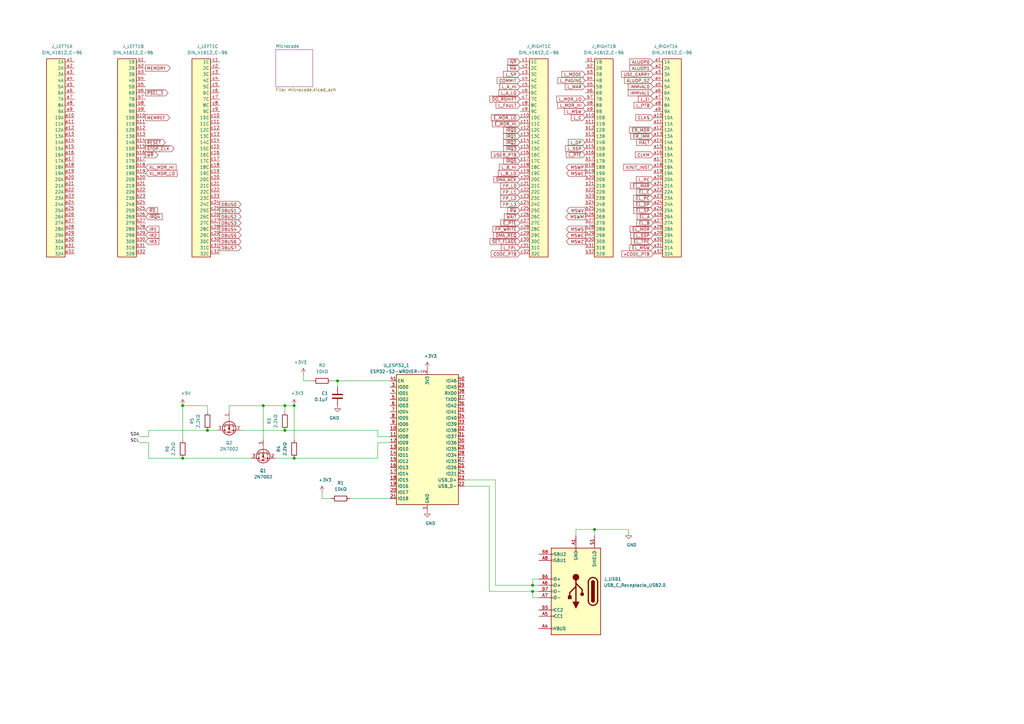
<source format=kicad_sch>
(kicad_sch (version 20200828) (generator eeschema)
  (page 1 2)
  (paper "A3")
  (lib_symbols
    (symbol "Connector:USB_C_Receptacle_USB2.0" (pin_names (offset 1.016))
      (property "Reference" "J" (at -10.16 19.05 0))
      (property "Value" "USB_C_Receptacle_USB2.0" (at 19.05 19.05 0))
      (symbol "USB_C_Receptacle_USB2.0_0_1"
        (arc (start -8.89 -3.81) (end -5.08 -3.81) (radius (at -6.985 -3.81) (length 1.905) (angles -179.9 -0.1)) (stroke (width 0.508)))
        (arc (start -7.62 -3.81) (end -6.35 -3.81) (radius (at -6.985 -3.81) (length 0.635) (angles -179.9 -0.1)) (stroke (width 0.254)))
        (arc (start -7.62 -3.81) (end -6.35 -3.81) (radius (at -6.985 -3.81) (length 0.635) (angles -179.9 -0.1)) (stroke (width 0.254)) (fill (type outline)))
        (arc (start -6.35 3.81) (end -7.62 3.81) (radius (at -6.985 3.81) (length 0.635) (angles 0.1 179.9)) (stroke (width 0.254)) (fill (type outline)))
        (arc (start -6.35 3.81) (end -7.62 3.81) (radius (at -6.985 3.81) (length 0.635) (angles 0.1 179.9)) (stroke (width 0.254)))
        (arc (start -5.08 3.81) (end -8.89 3.81) (radius (at -6.985 3.81) (length 1.905) (angles 0.1 179.9)) (stroke (width 0.508)))
        (circle (center -2.54 1.143) (radius 0.635) (stroke (width 0.254)) (fill (type outline)))
        (circle (center 0 -5.842) (radius 1.27) (fill (type outline)))
        (rectangle (start -10.16 17.78) (end 10.16 -17.78) (stroke (width 0.254)) (fill (type background)))
        (rectangle (start -7.62 -3.81) (end -6.35 3.81) (stroke (width 0.254)) (fill (type outline)))
        (rectangle (start 1.905 1.778) (end 3.175 3.048) (stroke (width 0.254)) (fill (type outline)))
        (polyline (pts (xy -8.89 -3.81) (xy -8.89 3.81)) (stroke (width 0.508)))
        (polyline (pts (xy -5.08 3.81) (xy -5.08 -3.81)) (stroke (width 0.508)))
        (polyline (pts (xy 0 -5.842) (xy 0 4.318)) (stroke (width 0.508)))
        (polyline (pts (xy 0 -3.302) (xy -2.54 -0.762) (xy -2.54 0.508)) (stroke (width 0.508)))
        (polyline (pts (xy 0 -2.032) (xy 2.54 0.508) (xy 2.54 1.778)) (stroke (width 0.508)))
        (polyline (pts (xy -1.27 4.318) (xy 0 6.858) (xy 1.27 4.318) (xy -1.27 4.318)) (stroke (width 0.254)) (fill (type outline)))
      )
      (symbol "USB_C_Receptacle_USB2.0_0_0"
        (rectangle (start -0.254 -17.78) (end 0.254 -16.764))
        (rectangle (start 10.16 -14.986) (end 9.144 -15.494))
        (rectangle (start 10.16 -12.446) (end 9.144 -12.954))
        (rectangle (start 10.16 -4.826) (end 9.144 -5.334))
        (rectangle (start 10.16 -2.286) (end 9.144 -2.794))
        (rectangle (start 10.16 0.254) (end 9.144 -0.254))
        (rectangle (start 10.16 2.794) (end 9.144 2.286))
        (rectangle (start 10.16 7.874) (end 9.144 7.366))
        (rectangle (start 10.16 10.414) (end 9.144 9.906))
        (rectangle (start 10.16 15.494) (end 9.144 14.986))
      )
      (symbol "USB_C_Receptacle_USB2.0_1_1"
        (pin power_in line (at 0 -22.86 90) (length 5.08) (name "GND") (number "A1"))
        (pin passive line (at 0 -22.86 90) (length 5.08) hide (name "GND") (number "A12"))
        (pin power_in line (at 15.24 15.24 180) (length 5.08) (name "VBUS") (number "A4"))
        (pin bidirectional line (at 15.24 10.16 180) (length 5.08) (name "CC1") (number "A5"))
        (pin bidirectional line (at 15.24 -2.54 180) (length 5.08) (name "D+") (number "A6"))
        (pin bidirectional line (at 15.24 2.54 180) (length 5.08) (name "D-") (number "A7"))
        (pin bidirectional line (at 15.24 -12.7 180) (length 5.08) (name "SBU1") (number "A8"))
        (pin passive line (at 15.24 15.24 180) (length 5.08) hide (name "VBUS") (number "A9"))
        (pin passive line (at 0 -22.86 90) (length 5.08) hide (name "GND") (number "B1"))
        (pin passive line (at 0 -22.86 90) (length 5.08) hide (name "GND") (number "B12"))
        (pin passive line (at 15.24 15.24 180) (length 5.08) hide (name "VBUS") (number "B4"))
        (pin bidirectional line (at 15.24 7.62 180) (length 5.08) (name "CC2") (number "B5"))
        (pin bidirectional line (at 15.24 -5.08 180) (length 5.08) (name "D+") (number "B6"))
        (pin bidirectional line (at 15.24 0 180) (length 5.08) (name "D-") (number "B7"))
        (pin bidirectional line (at 15.24 -15.24 180) (length 5.08) (name "SBU2") (number "B8"))
        (pin passive line (at 15.24 15.24 180) (length 5.08) hide (name "VBUS") (number "B9"))
        (pin passive line (at -7.62 -22.86 90) (length 5.08) (name "SHIELD") (number "S1"))
      )
    )
    (symbol "DIN_41612:DIN_41612_C-96"
      (property "Reference" "J" (at 0 41.91 0))
      (property "Value" "DIN_41612_C-96" (at 6.35 1.27 90))
      (symbol "DIN_41612_C-96_0_1"
        (rectangle (start -3.81 40.64) (end 3.81 -40.64) (stroke (width 0.254)) (fill (type background)))
      )
      (symbol "DIN_41612_C-96_1_1"
        (pin passive line (at -7.62 39.37 0) (length 3.81) (name "1A") (number "a1"))
        (pin passive line (at -7.62 16.51 0) (length 3.81) (name "10A") (number "a10"))
        (pin passive line (at -7.62 13.97 0) (length 3.81) (name "11A") (number "a11"))
        (pin passive line (at -7.62 11.43 0) (length 3.81) (name "12A") (number "a12"))
        (pin passive line (at -7.62 8.89 0) (length 3.81) (name "13A") (number "a13"))
        (pin passive line (at -7.62 6.35 0) (length 3.81) (name "14A") (number "a14"))
        (pin passive line (at -7.62 3.81 0) (length 3.81) (name "15A") (number "a15"))
        (pin passive line (at -7.62 1.27 0) (length 3.81) (name "16A") (number "a16"))
        (pin passive line (at -7.62 -1.27 0) (length 3.81) (name "17A") (number "a17"))
        (pin passive line (at -7.62 -3.81 0) (length 3.81) (name "18A") (number "a18"))
        (pin passive line (at -7.62 -6.35 0) (length 3.81) (name "19A") (number "a19"))
        (pin passive line (at -7.62 36.83 0) (length 3.81) (name "2A") (number "a2"))
        (pin passive line (at -7.62 -8.89 0) (length 3.81) (name "20A") (number "a20"))
        (pin passive line (at -7.62 -11.43 0) (length 3.81) (name "21A") (number "a21"))
        (pin passive line (at -7.62 -13.97 0) (length 3.81) (name "22A") (number "a22"))
        (pin passive line (at -7.62 -16.51 0) (length 3.81) (name "23A") (number "a23"))
        (pin passive line (at -7.62 -19.05 0) (length 3.81) (name "24A") (number "a24"))
        (pin passive line (at -7.62 -21.59 0) (length 3.81) (name "25A") (number "a25"))
        (pin passive line (at -7.62 -24.13 0) (length 3.81) (name "26A") (number "a26"))
        (pin passive line (at -7.62 -26.67 0) (length 3.81) (name "27A") (number "a27"))
        (pin passive line (at -7.62 -29.21 0) (length 3.81) (name "28A") (number "a28"))
        (pin passive line (at -7.62 -31.75 0) (length 3.81) (name "29A") (number "a29"))
        (pin passive line (at -7.62 34.29 0) (length 3.81) (name "3A") (number "a3"))
        (pin passive line (at -7.62 -34.29 0) (length 3.81) (name "30A") (number "a30"))
        (pin passive line (at -7.62 -36.83 0) (length 3.81) (name "31A") (number "a31"))
        (pin passive line (at -7.62 -39.37 0) (length 3.81) (name "32A") (number "a32"))
        (pin passive line (at -7.62 31.75 0) (length 3.81) (name "4A") (number "a4"))
        (pin passive line (at -7.62 29.21 0) (length 3.81) (name "5A") (number "a5"))
        (pin passive line (at -7.62 26.67 0) (length 3.81) (name "6A") (number "a6"))
        (pin passive line (at -7.62 24.13 0) (length 3.81) (name "7A") (number "a7"))
        (pin passive line (at -7.62 21.59 0) (length 3.81) (name "8A") (number "a8"))
        (pin passive line (at -7.62 19.05 0) (length 3.81) (name "9A") (number "a9"))
      )
      (symbol "DIN_41612_C-96_2_1"
        (pin passive line (at -7.62 39.37 0) (length 3.81) (name "1B") (number "b1"))
        (pin passive line (at -7.62 16.51 0) (length 3.81) (name "10B") (number "b10"))
        (pin passive line (at -7.62 13.97 0) (length 3.81) (name "11B") (number "b11"))
        (pin passive line (at -7.62 11.43 0) (length 3.81) (name "12B") (number "b12"))
        (pin passive line (at -7.62 8.89 0) (length 3.81) (name "13B") (number "b13"))
        (pin passive line (at -7.62 6.35 0) (length 3.81) (name "14B") (number "b14"))
        (pin passive line (at -7.62 3.81 0) (length 3.81) (name "15B") (number "b15"))
        (pin passive line (at -7.62 1.27 0) (length 3.81) (name "16B") (number "b16"))
        (pin passive line (at -7.62 -1.27 0) (length 3.81) (name "17B") (number "b17"))
        (pin passive line (at -7.62 -3.81 0) (length 3.81) (name "18B") (number "b18"))
        (pin passive line (at -7.62 -6.35 0) (length 3.81) (name "19B") (number "b19"))
        (pin passive line (at -7.62 36.83 0) (length 3.81) (name "2B") (number "b2"))
        (pin passive line (at -7.62 -8.89 0) (length 3.81) (name "20B") (number "b20"))
        (pin passive line (at -7.62 -11.43 0) (length 3.81) (name "21B") (number "b21"))
        (pin passive line (at -7.62 -13.97 0) (length 3.81) (name "22B") (number "b22"))
        (pin passive line (at -7.62 -16.51 0) (length 3.81) (name "23B") (number "b23"))
        (pin passive line (at -7.62 -19.05 0) (length 3.81) (name "24B") (number "b24"))
        (pin passive line (at -7.62 -21.59 0) (length 3.81) (name "25B") (number "b25"))
        (pin passive line (at -7.62 -24.13 0) (length 3.81) (name "26B") (number "b26"))
        (pin passive line (at -7.62 -26.67 0) (length 3.81) (name "27B") (number "b27"))
        (pin passive line (at -7.62 -29.21 0) (length 3.81) (name "28B") (number "b28"))
        (pin passive line (at -7.62 -31.75 0) (length 3.81) (name "29B") (number "b29"))
        (pin passive line (at -7.62 34.29 0) (length 3.81) (name "3B") (number "b3"))
        (pin passive line (at -7.62 -34.29 0) (length 3.81) (name "30B") (number "b30"))
        (pin passive line (at -7.62 -36.83 0) (length 3.81) (name "31B") (number "b31"))
        (pin passive line (at -7.62 -39.37 0) (length 3.81) (name "32B") (number "b32"))
        (pin passive line (at -7.62 31.75 0) (length 3.81) (name "4B") (number "b4"))
        (pin passive line (at -7.62 29.21 0) (length 3.81) (name "5B") (number "b5"))
        (pin passive line (at -7.62 26.67 0) (length 3.81) (name "6B") (number "b6"))
        (pin passive line (at -7.62 24.13 0) (length 3.81) (name "7B") (number "b7"))
        (pin passive line (at -7.62 21.59 0) (length 3.81) (name "8B") (number "b8"))
        (pin passive line (at -7.62 19.05 0) (length 3.81) (name "9B") (number "b9"))
      )
      (symbol "DIN_41612_C-96_3_1"
        (pin passive line (at -7.62 39.37 0) (length 3.81) (name "1C") (number "c1"))
        (pin passive line (at -7.62 16.51 0) (length 3.81) (name "10C") (number "c10"))
        (pin passive line (at -7.62 13.97 0) (length 3.81) (name "11C") (number "c11"))
        (pin passive line (at -7.62 11.43 0) (length 3.81) (name "12C") (number "c12"))
        (pin passive line (at -7.62 8.89 0) (length 3.81) (name "13C") (number "c13"))
        (pin passive line (at -7.62 6.35 0) (length 3.81) (name "14C") (number "c14"))
        (pin passive line (at -7.62 3.81 0) (length 3.81) (name "15C") (number "c15"))
        (pin passive line (at -7.62 1.27 0) (length 3.81) (name "16C") (number "c16"))
        (pin passive line (at -7.62 -1.27 0) (length 3.81) (name "17C") (number "c17"))
        (pin passive line (at -7.62 -3.81 0) (length 3.81) (name "18C") (number "c18"))
        (pin passive line (at -7.62 -6.35 0) (length 3.81) (name "19C") (number "c19"))
        (pin passive line (at -7.62 36.83 0) (length 3.81) (name "2C") (number "c2"))
        (pin passive line (at -7.62 -8.89 0) (length 3.81) (name "20C") (number "c20"))
        (pin passive line (at -7.62 -11.43 0) (length 3.81) (name "21C") (number "c21"))
        (pin passive line (at -7.62 -13.97 0) (length 3.81) (name "22C") (number "c22"))
        (pin passive line (at -7.62 -16.51 0) (length 3.81) (name "23C") (number "c23"))
        (pin passive line (at -7.62 -19.05 0) (length 3.81) (name "24C") (number "c24"))
        (pin passive line (at -7.62 -21.59 0) (length 3.81) (name "25C") (number "c25"))
        (pin passive line (at -7.62 -24.13 0) (length 3.81) (name "26C") (number "c26"))
        (pin passive line (at -7.62 -26.67 0) (length 3.81) (name "27C") (number "c27"))
        (pin passive line (at -7.62 -29.21 0) (length 3.81) (name "28C") (number "c28"))
        (pin passive line (at -7.62 -31.75 0) (length 3.81) (name "29C") (number "c29"))
        (pin passive line (at -7.62 34.29 0) (length 3.81) (name "3C") (number "c3"))
        (pin passive line (at -7.62 -34.29 0) (length 3.81) (name "30C") (number "c30"))
        (pin passive line (at -7.62 -36.83 0) (length 3.81) (name "31C") (number "c31"))
        (pin passive line (at -7.62 -39.37 0) (length 3.81) (name "32C") (number "c32"))
        (pin passive line (at -7.62 31.75 0) (length 3.81) (name "4C") (number "c4"))
        (pin passive line (at -7.62 29.21 0) (length 3.81) (name "5C") (number "c5"))
        (pin passive line (at -7.62 26.67 0) (length 3.81) (name "6C") (number "c6"))
        (pin passive line (at -7.62 24.13 0) (length 3.81) (name "7C") (number "c7"))
        (pin passive line (at -7.62 21.59 0) (length 3.81) (name "8C") (number "c8"))
        (pin passive line (at -7.62 19.05 0) (length 3.81) (name "9C") (number "c9"))
      )
    )
    (symbol "Device:C" (pin_numbers hide) (pin_names (offset 0.254))
      (property "Reference" "C" (at 0.635 2.54 0))
      (property "Value" "C" (at 0.635 -2.54 0))
      (symbol "C_0_1"
        (polyline (pts (xy -2.032 -0.762) (xy 2.032 -0.762)) (stroke (width 0.508)))
        (polyline (pts (xy -2.032 0.762) (xy 2.032 0.762)) (stroke (width 0.508)))
      )
      (symbol "C_1_1"
        (pin passive line (at 0 3.81 270) (length 2.794) (name "~") (number "1"))
        (pin passive line (at 0 -3.81 90) (length 2.794) (name "~") (number "2"))
      )
    )
    (symbol "Device:R" (pin_numbers hide) (pin_names (offset 0))
      (property "Reference" "R" (at 2.032 0 90))
      (property "Value" "R" (at 0 0 90))
      (symbol "R_0_1"
        (rectangle (start -1.016 -2.54) (end 1.016 2.54) (stroke (width 0.254)))
      )
      (symbol "R_1_1"
        (pin passive line (at 0 3.81 270) (length 1.27) (name "~") (number "1"))
        (pin passive line (at 0 -3.81 90) (length 1.27) (name "~") (number "2"))
      )
    )
    (symbol "RF_Module:ESP32-S2-WROVER-I"
      (property "Reference" "U" (at -12.7 29.21 0))
      (property "Value" "ESP32-S2-WROVER-I" (at 2.54 29.21 0))
      (symbol "ESP32-S2-WROVER-I_0_1"
        (rectangle (start -12.7 27.94) (end 12.7 -25.4) (stroke (width 0.254)) (fill (type background)))
      )
      (symbol "ESP32-S2-WROVER-I_1_1"
        (pin power_in line (at 0 -27.94 90) (length 2.54) (name "GND") (number "1"))
        (pin bidirectional line (at -15.24 5.08 0) (length 2.54) (name "IO07") (number "10"))
        (pin bidirectional line (at -15.24 2.54 0) (length 2.54) (name "IO08") (number "11"))
        (pin bidirectional line (at -15.24 0 0) (length 2.54) (name "IO09") (number "12"))
        (pin bidirectional line (at -15.24 -2.54 0) (length 2.54) (name "IO10") (number "13"))
        (pin bidirectional line (at -15.24 -5.08 0) (length 2.54) (name "IO11") (number "14"))
        (pin bidirectional line (at -15.24 -7.62 0) (length 2.54) (name "IO12") (number "15"))
        (pin bidirectional line (at -15.24 -10.16 0) (length 2.54) (name "IO13") (number "16"))
        (pin bidirectional line (at -15.24 -12.7 0) (length 2.54) (name "IO14") (number "17"))
        (pin bidirectional line (at -15.24 -15.24 0) (length 2.54) (name "IO15") (number "18"))
        (pin bidirectional line (at -15.24 -17.78 0) (length 2.54) (name "IO16") (number "19"))
        (pin power_in line (at 0 30.48 270) (length 2.54) (name "3V3") (number "2"))
        (pin bidirectional line (at -15.24 -20.32 0) (length 2.54) (name "IO17") (number "20"))
        (pin bidirectional line (at -15.24 -22.86 0) (length 2.54) (name "IO18") (number "21"))
        (pin bidirectional line (at 15.24 -17.78 180) (length 2.54) (name "USB_D-") (number "22"))
        (pin bidirectional line (at 15.24 -15.24 180) (length 2.54) (name "USB_D+") (number "23"))
        (pin bidirectional line (at 15.24 -12.7 180) (length 2.54) (name "IO21") (number "24"))
        (pin bidirectional line (at 15.24 -10.16 180) (length 2.54) (name "IO26") (number "25"))
        (pin passive line (at 0 -27.94 90) (length 2.54) hide (name "GND") (number "26"))
        (pin bidirectional line (at 15.24 -7.62 180) (length 2.54) (name "IO33") (number "27"))
        (pin bidirectional line (at 15.24 -5.08 180) (length 2.54) (name "IO34") (number "28"))
        (pin bidirectional line (at 15.24 -2.54 180) (length 2.54) (name "IO35") (number "29"))
        (pin bidirectional line (at -15.24 22.86 0) (length 2.54) (name "IO00") (number "3"))
        (pin bidirectional line (at 15.24 0 180) (length 2.54) (name "IO36") (number "30"))
        (pin bidirectional line (at 15.24 2.54 180) (length 2.54) (name "IO37") (number "31"))
        (pin bidirectional line (at 15.24 5.08 180) (length 2.54) (name "IO38") (number "32"))
        (pin bidirectional line (at 15.24 7.62 180) (length 2.54) (name "IO39") (number "33"))
        (pin bidirectional line (at 15.24 10.16 180) (length 2.54) (name "IO40") (number "34"))
        (pin bidirectional line (at 15.24 12.7 180) (length 2.54) (name "IO41") (number "35"))
        (pin bidirectional line (at 15.24 15.24 180) (length 2.54) (name "IO42") (number "36"))
        (pin bidirectional line (at 15.24 17.78 180) (length 2.54) (name "TXD0") (number "37"))
        (pin bidirectional line (at 15.24 20.32 180) (length 2.54) (name "RXD0") (number "38"))
        (pin bidirectional line (at 15.24 22.86 180) (length 2.54) (name "IO45") (number "39"))
        (pin bidirectional line (at -15.24 20.32 0) (length 2.54) (name "IO01") (number "4"))
        (pin input line (at 15.24 25.4 180) (length 2.54) (name "IO46") (number "40"))
        (pin input line (at -15.24 25.4 0) (length 2.54) (name "EN") (number "41"))
        (pin passive line (at 0 -27.94 90) (length 2.54) hide (name "GND") (number "42"))
        (pin passive line (at 0 -27.94 90) (length 2.54) hide (name "GND") (number "43"))
        (pin bidirectional line (at -15.24 17.78 0) (length 2.54) (name "IO02") (number "5"))
        (pin bidirectional line (at -15.24 15.24 0) (length 2.54) (name "IO03") (number "6"))
        (pin bidirectional line (at -15.24 12.7 0) (length 2.54) (name "IO04") (number "7"))
        (pin bidirectional line (at -15.24 10.16 0) (length 2.54) (name "IO05") (number "8"))
        (pin bidirectional line (at -15.24 7.62 0) (length 2.54) (name "IO06") (number "9"))
      )
    )
    (symbol "Transistor_FET:2N7002" (pin_names hide)
      (property "Reference" "Q" (at 5.08 1.905 0))
      (property "Value" "2N7002" (at 5.08 0 0))
      (symbol "2N7002_0_1"
        (circle (center 1.651 0) (radius 2.794) (stroke (width 0.254)))
        (circle (center 2.54 -1.778) (radius 0.254) (fill (type outline)))
        (circle (center 2.54 1.778) (radius 0.254) (fill (type outline)))
        (polyline (pts (xy 0.254 0) (xy -2.54 0)))
        (polyline (pts (xy 0.254 1.905) (xy 0.254 -1.905)) (stroke (width 0.254)))
        (polyline (pts (xy 0.762 -1.27) (xy 0.762 -2.286)) (stroke (width 0.254)))
        (polyline (pts (xy 0.762 0.508) (xy 0.762 -0.508)) (stroke (width 0.254)))
        (polyline (pts (xy 0.762 2.286) (xy 0.762 1.27)) (stroke (width 0.254)))
        (polyline (pts (xy 2.54 2.54) (xy 2.54 1.778)))
        (polyline (pts (xy 2.54 -2.54) (xy 2.54 0) (xy 0.762 0)))
        (polyline (pts (xy 0.762 -1.778) (xy 3.302 -1.778) (xy 3.302 1.778) (xy 0.762 1.778)))
        (polyline (pts (xy 1.016 0) (xy 2.032 0.381) (xy 2.032 -0.381) (xy 1.016 0)) (fill (type outline)))
        (polyline (pts (xy 2.794 0.508) (xy 2.921 0.381) (xy 3.683 0.381) (xy 3.81 0.254)))
        (polyline (pts (xy 3.302 0.381) (xy 2.921 -0.254) (xy 3.683 -0.254) (xy 3.302 0.381)))
      )
      (symbol "2N7002_1_1"
        (pin input line (at -5.08 0 0) (length 2.54) (name "G") (number "1"))
        (pin passive line (at 2.54 -5.08 90) (length 2.54) (name "S") (number "2"))
        (pin passive line (at 2.54 5.08 270) (length 2.54) (name "D") (number "3"))
      )
    )
    (symbol "power:+3V3" (power) (pin_names (offset 0))
      (property "Value" "+3V3" (at 0 3.556 0))
      (symbol "+3V3_0_1"
        (polyline (pts (xy -0.762 1.27) (xy 0 2.54)))
        (polyline (pts (xy 0 0) (xy 0 2.54)))
        (polyline (pts (xy 0 2.54) (xy 0.762 1.27)))
      )
      (symbol "+3V3_1_1"
        (pin power_in line (at 0 0 90) (length 0) hide (name "+3V3") (number "1"))
      )
    )
    (symbol "power:+5V" (power) (pin_names (offset 0))
      (property "Value" "+5V" (at 0 3.556 0))
      (symbol "+5V_0_1"
        (polyline (pts (xy -0.762 1.27) (xy 0 2.54)))
        (polyline (pts (xy 0 0) (xy 0 2.54)))
        (polyline (pts (xy 0 2.54) (xy 0.762 1.27)))
      )
      (symbol "+5V_1_1"
        (pin power_in line (at 0 0 90) (length 0) hide (name "+5V") (number "1"))
      )
    )
    (symbol "power:GND" (power) (pin_names (offset 0))
      (property "Value" "GND" (at 0 -3.81 0))
      (symbol "GND_0_1"
        (polyline (pts (xy 0 0) (xy 0 -1.27) (xy 1.27 -1.27) (xy 0 -2.54) (xy -1.27 -1.27) (xy 0 -1.27)))
      )
      (symbol "GND_1_1"
        (pin power_in line (at 0 0 270) (length 0) hide (name "GND") (number "1"))
      )
    )
  )
  (junction (at 74.93 166.37) (diameter 1.016))
  (junction (at 74.93 187.96) (diameter 1.016))
  (junction (at 85.09 176.53) (diameter 1.016))
  (junction (at 107.95 166.37) (diameter 1.016))
  (junction (at 116.84 166.37) (diameter 1.016))
  (junction (at 116.84 176.53) (diameter 1.016))
  (junction (at 120.65 166.37) (diameter 1.016))
  (junction (at 120.65 187.96) (diameter 1.016))
  (junction (at 138.43 156.21) (diameter 1.016))
  (junction (at 218.44 240.03) (diameter 1.016))
  (junction (at 218.44 242.57) (diameter 1.016))
  (junction (at 243.84 217.17) (diameter 1.016))
  (wire (pts (xy 57.15 179.07) (xy 60.96 179.07)))
  (wire (pts (xy 60.96 176.53) (xy 85.09 176.53)))
  (wire (pts (xy 60.96 179.07) (xy 60.96 176.53)))
  (wire (pts (xy 60.96 181.61) (xy 57.15 181.61)))
  (wire (pts (xy 60.96 187.96) (xy 60.96 181.61)))
  (wire (pts (xy 74.93 166.37) (xy 74.93 180.34)))
  (wire (pts (xy 74.93 187.96) (xy 60.96 187.96)))
  (wire (pts (xy 85.09 166.37) (xy 74.93 166.37)))
  (wire (pts (xy 85.09 168.91) (xy 85.09 166.37)))
  (wire (pts (xy 85.09 176.53) (xy 88.9 176.53)))
  (wire (pts (xy 93.98 166.37) (xy 93.98 168.91)))
  (wire (pts (xy 99.06 176.53) (xy 116.84 176.53)))
  (wire (pts (xy 102.87 187.96) (xy 74.93 187.96)))
  (wire (pts (xy 107.95 166.37) (xy 93.98 166.37)))
  (wire (pts (xy 107.95 166.37) (xy 116.84 166.37)))
  (wire (pts (xy 107.95 180.34) (xy 107.95 166.37)))
  (wire (pts (xy 113.03 187.96) (xy 120.65 187.96)))
  (wire (pts (xy 116.84 166.37) (xy 116.84 168.91)))
  (wire (pts (xy 116.84 166.37) (xy 120.65 166.37)))
  (wire (pts (xy 120.65 166.37) (xy 120.65 180.34)))
  (wire (pts (xy 120.65 187.96) (xy 154.94 187.96)))
  (wire (pts (xy 124.46 156.21) (xy 124.46 153.67)))
  (wire (pts (xy 128.27 156.21) (xy 124.46 156.21)))
  (wire (pts (xy 132.08 204.47) (xy 132.08 201.93)))
  (wire (pts (xy 135.89 204.47) (xy 132.08 204.47)))
  (wire (pts (xy 138.43 156.21) (xy 135.89 156.21)))
  (wire (pts (xy 138.43 158.75) (xy 138.43 156.21)))
  (wire (pts (xy 143.51 204.47) (xy 160.02 204.47)))
  (wire (pts (xy 154.94 176.53) (xy 116.84 176.53)))
  (wire (pts (xy 154.94 179.07) (xy 154.94 176.53)))
  (wire (pts (xy 154.94 179.07) (xy 160.02 179.07)))
  (wire (pts (xy 154.94 181.61) (xy 160.02 181.61)))
  (wire (pts (xy 154.94 187.96) (xy 154.94 181.61)))
  (wire (pts (xy 160.02 156.21) (xy 138.43 156.21)))
  (wire (pts (xy 190.5 199.39) (xy 200.66 199.39)))
  (wire (pts (xy 200.66 199.39) (xy 200.66 242.57)))
  (wire (pts (xy 200.66 242.57) (xy 218.44 242.57)))
  (wire (pts (xy 203.2 196.85) (xy 190.5 196.85)))
  (wire (pts (xy 203.2 240.03) (xy 203.2 196.85)))
  (wire (pts (xy 218.44 237.49) (xy 218.44 240.03)))
  (wire (pts (xy 218.44 240.03) (xy 203.2 240.03)))
  (wire (pts (xy 218.44 240.03) (xy 220.98 240.03)))
  (wire (pts (xy 218.44 242.57) (xy 218.44 245.11)))
  (wire (pts (xy 218.44 242.57) (xy 220.98 242.57)))
  (wire (pts (xy 218.44 245.11) (xy 220.98 245.11)))
  (wire (pts (xy 220.98 237.49) (xy 218.44 237.49)))
  (wire (pts (xy 236.22 217.17) (xy 243.84 217.17)))
  (wire (pts (xy 236.22 219.71) (xy 236.22 217.17)))
  (wire (pts (xy 243.84 217.17) (xy 243.84 219.71)))
  (wire (pts (xy 243.84 217.17) (xy 257.81 217.17)))
  (wire (pts (xy 257.81 217.17) (xy 257.81 218.44)))
  (label "SDA" (at 57.15 179.07 180))
  (label "SCL" (at 57.15 181.61 180))
  (global_label "MEMORY" (shape output) (at 59.69 27.94 0))
  (global_label "~PSEL_1~" (shape output) (at 59.69 38.1 0))
  (global_label "MEMREF" (shape output) (at 59.69 48.26 0))
  (global_label "~RESET~" (shape output) (at 59.69 58.42 0))
  (global_label "~STOP_CLK~" (shape output) (at 59.69 60.96 0))
  (global_label "~WR~" (shape output) (at 59.69 63.5 0))
  (global_label "XL_MDR_HI" (shape input) (at 59.69 68.58 0))
  (global_label "XL_MDR_LO" (shape input) (at 59.69 71.12 0))
  (global_label "~RD~" (shape input) (at 59.69 86.36 0))
  (global_label "~IRQ4~" (shape input) (at 59.69 88.9 0))
  (global_label "IR1" (shape input) (at 59.69 93.98 0))
  (global_label "IR2" (shape input) (at 59.69 96.52 0))
  (global_label "IR3" (shape input) (at 59.69 99.06 0))
  (global_label "DBUS0" (shape output) (at 90.17 83.82 0))
  (global_label "DBUS1" (shape output) (at 90.17 86.36 0))
  (global_label "DBUS2" (shape output) (at 90.17 88.9 0))
  (global_label "DBUS3" (shape output) (at 90.17 91.44 0))
  (global_label "DBUS4" (shape output) (at 90.17 93.98 0))
  (global_label "DBUS5" (shape output) (at 90.17 96.52 0))
  (global_label "DBUS6" (shape output) (at 90.17 99.06 0))
  (global_label "DBUS7" (shape output) (at 90.17 101.6 0))
  (global_label "~NP~" (shape input) (at 213.36 25.4 180))
  (global_label "~NW~" (shape input) (at 213.36 27.94 180))
  (global_label "L_SP" (shape input) (at 213.36 30.48 180))
  (global_label "COMMIT" (shape input) (at 213.36 33.02 180))
  (global_label "L_A_HI" (shape input) (at 213.36 35.56 180))
  (global_label "L_A_LO" (shape input) (at 213.36 38.1 180))
  (global_label "~DO_RSHIFT~" (shape input) (at 213.36 40.64 180))
  (global_label "L_FAULT" (shape input) (at 213.36 43.18 180))
  (global_label "~E_MDR_LO~" (shape input) (at 213.36 48.26 180))
  (global_label "~E_MDR_HI~" (shape input) (at 213.36 50.8 180))
  (global_label "~IRQ0~" (shape input) (at 213.36 53.34 180))
  (global_label "~IRQ1~" (shape input) (at 213.36 55.88 180))
  (global_label "~IRQ2~" (shape input) (at 213.36 58.42 180))
  (global_label "~IRQ3~" (shape input) (at 213.36 60.96 180))
  (global_label "USER_PTB" (shape input) (at 213.36 63.5 180))
  (global_label "~IRQ5~" (shape input) (at 213.36 66.04 180))
  (global_label "L_B_HI" (shape input) (at 213.36 68.58 180))
  (global_label "L_B_LO" (shape input) (at 213.36 71.12 180))
  (global_label "~DMA_ACK~" (shape input) (at 213.36 73.66 180))
  (global_label "FP_L0" (shape input) (at 213.36 76.2 180))
  (global_label "FP_L1" (shape input) (at 213.36 78.74 180))
  (global_label "FP_L2" (shape input) (at 213.36 81.28 180))
  (global_label "FP_L3" (shape input) (at 213.36 83.82 180))
  (global_label "~RW~" (shape input) (at 213.36 86.36 180))
  (global_label "~WAIT~" (shape input) (at 213.36 88.9 180))
  (global_label "~E_PTE~" (shape input) (at 213.36 91.44 180))
  (global_label "~FP_WRITE~" (shape input) (at 213.36 93.98 180))
  (global_label "~DMA_REQ~" (shape input) (at 213.36 96.52 180))
  (global_label "~SET_FLAGS~" (shape input) (at 213.36 99.06 180))
  (global_label "L_FPL" (shape input) (at 213.36 101.6 180))
  (global_label "CODE_PTB" (shape input) (at 213.36 104.14 180))
  (global_label "L_MODE" (shape input) (at 240.03 30.48 180))
  (global_label "L_PAGING" (shape input) (at 240.03 33.02 180))
  (global_label "L_MAR" (shape input) (at 240.03 35.56 180))
  (global_label "L_MDR_LO" (shape input) (at 240.03 40.64 180))
  (global_label "L_MDR_HI" (shape input) (at 240.03 43.18 180))
  (global_label "L_MSW" (shape input) (at 240.03 45.72 180))
  (global_label "L_C" (shape input) (at 240.03 48.26 180))
  (global_label "L_DP" (shape input) (at 240.03 58.42 180))
  (global_label "L_SSP" (shape input) (at 240.03 60.96 180))
  (global_label "~L_PTE~" (shape input) (at 240.03 63.5 180))
  (global_label "MSWP" (shape output) (at 240.03 68.58 180))
  (global_label "MSWE" (shape output) (at 240.03 71.12 180))
  (global_label "MSWV" (shape output) (at 240.03 86.36 180))
  (global_label "MSWM" (shape output) (at 240.03 88.9 180))
  (global_label "MSWS" (shape output) (at 240.03 93.98 180))
  (global_label "MSWC" (shape output) (at 240.03 96.52 180))
  (global_label "MSWZ" (shape output) (at 240.03 99.06 180))
  (global_label "ALUOP0" (shape input) (at 267.97 25.4 180))
  (global_label "ALUOP1" (shape input) (at 267.97 27.94 180))
  (global_label "USE_CARRY" (shape input) (at 267.97 30.48 180))
  (global_label "ALUOP_SZ" (shape input) (at 267.97 33.02 180))
  (global_label "IMMVAL0" (shape input) (at 267.97 35.56 180))
  (global_label "IMMVAL1" (shape input) (at 267.97 38.1 180))
  (global_label "L_EI" (shape input) (at 267.97 40.64 180))
  (global_label "L_PTB" (shape input) (at 267.97 43.18 180))
  (global_label "CLKS" (shape input) (at 267.97 48.26 180))
  (global_label "~ER_MDR~" (shape input) (at 267.97 53.34 180))
  (global_label "~ER_IMM~" (shape input) (at 267.97 55.88 180))
  (global_label "~HALT~" (shape input) (at 267.97 58.42 180))
  (global_label "CLKM" (shape input) (at 267.97 63.5 180))
  (global_label "XINIT_INST" (shape input) (at 267.97 68.58 180))
  (global_label "L_PC" (shape input) (at 267.97 73.66 180))
  (global_label "~EL_MAR~" (shape input) (at 267.97 76.2 180))
  (global_label "~EL_C~" (shape input) (at 267.97 78.74 180))
  (global_label "~EL_PC~" (shape input) (at 267.97 81.28 180))
  (global_label "~EL_DP~" (shape input) (at 267.97 83.82 180))
  (global_label "~EL_SP~" (shape input) (at 267.97 86.36 180))
  (global_label "~EL_A~" (shape input) (at 267.97 88.9 180))
  (global_label "~EL_B~" (shape input) (at 267.97 91.44 180))
  (global_label "~EL_MDR~" (shape input) (at 267.97 93.98 180))
  (global_label "~EL_SSP~" (shape input) (at 267.97 96.52 180))
  (global_label "~EL_TPC~" (shape input) (at 267.97 99.06 180))
  (global_label "~EL_MSW~" (shape input) (at 267.97 101.6 180))
  (global_label "xCODE_PTB" (shape input) (at 267.97 104.14 180))
  (symbol (lib_id "power:+5V") (at 74.93 166.37 0) (unit 1)
    (property "Reference" "#PWR0103" (effects hide))
    (property "Value" "+5V" (at 76.2 161.29 0))
  )
  (symbol (lib_id "power:+3V3") (at 120.65 166.37 0) (unit 1)
    (property "Reference" "#PWR0106" (effects hide))
    (property "Value" "+3V3" (at 121.92 161.29 0))
  )
  (symbol (lib_id "power:+3V3") (at 124.46 153.67 0) (mirror y) (unit 1)
    (property "Reference" "#PWR0163" (effects hide))
    (property "Value" "+3V3" (at 123.19 148.59 0))
  )
  (symbol (lib_id "power:+3V3") (at 132.08 201.93 0) (unit 1)
    (property "Reference" "#PWR0161" (effects hide))
    (property "Value" "+3V3" (at 133.35 196.85 0))
  )
  (symbol (lib_id "power:+3V3") (at 175.26 151.13 0) (unit 1)
    (property "Reference" "#PWR0159" (effects hide))
    (property "Value" "+3V3" (at 176.53 146.05 0))
  )
  (symbol (lib_id "power:GND") (at 138.43 166.37 0) (mirror y) (unit 1)
    (property "Reference" "#PWR0162" (effects hide))
    (property "Value" "GND" (at 137.16 171.45 0))
  )
  (symbol (lib_id "power:GND") (at 175.26 209.55 0) (unit 1)
    (property "Reference" "#PWR0160" (effects hide))
    (property "Value" "GND" (at 176.53 214.63 0))
  )
  (symbol (lib_id "power:GND") (at 257.81 218.44 0) (unit 1)
    (property "Reference" "#PWR0164" (effects hide))
    (property "Value" "GND" (at 259.08 223.52 0))
  )
  (symbol (lib_id "Device:R") (at 74.93 184.15 180) (unit 1)
    (property "Reference" "R6" (at 68.58 184.15 90))
    (property "Value" "2.2kΩ" (at 71.12 184.15 90))
    (property "Footprint" "Resistor_SMD:R_0805_2012Metric" (effects hide))
  )
  (symbol (lib_id "Device:R") (at 85.09 172.72 180) (unit 1)
    (property "Reference" "R5" (at 78.74 172.72 90))
    (property "Value" "2.2kΩ" (at 81.28 172.72 90))
    (property "Footprint" "Resistor_SMD:R_0805_2012Metric" (effects hide))
  )
  (symbol (lib_id "Device:R") (at 116.84 172.72 180) (unit 1)
    (property "Reference" "R3" (at 110.49 172.72 90))
    (property "Value" "2.2kΩ" (at 113.03 172.72 90))
    (property "Footprint" "Resistor_SMD:R_0805_2012Metric" (effects hide))
  )
  (symbol (lib_id "Device:R") (at 120.65 184.15 180) (unit 1)
    (property "Reference" "R4" (at 114.3 184.15 90))
    (property "Value" "2.2kΩ" (at 116.84 184.15 90))
    (property "Footprint" "Resistor_SMD:R_0805_2012Metric" (effects hide))
  )
  (symbol (lib_id "Device:R") (at 132.08 156.21 270) (mirror x) (unit 1)
    (property "Reference" "R2" (at 132.08 149.86 90))
    (property "Value" "10kΩ" (at 132.08 152.4 90))
    (property "Footprint" "Resistor_SMD:R_0805_2012Metric" (effects hide))
  )
  (symbol (lib_id "Device:R") (at 139.7 204.47 90) (unit 1)
    (property "Reference" "R1" (at 139.7 198.12 90))
    (property "Value" "10kΩ" (at 139.7 200.66 90))
    (property "Footprint" "Resistor_SMD:R_0805_2012Metric" (effects hide))
  )
  (symbol (lib_id "Device:C") (at 138.43 162.56 0) (unit 1)
    (property "Reference" "C1" (at 134.62 161.29 0) (effects (justify right)))
    (property "Value" "0.1µF" (at 134.62 163.83 0) (effects (justify right)))
    (property "Footprint" "Capacitor_SMD:C_0805_2012Metric" (effects hide))
  )
  (symbol (lib_id "Transistor_FET:2N7002") (at 93.98 173.99 90) (mirror x) (unit 1)
    (property "Reference" "Q2" (at 93.98 181.61 90))
    (property "Value" "2N7002" (at 93.98 184.15 90))
    (property "Footprint" "Package_TO_SOT_SMD:SOT-23" (effects hide))
    (property "Datasheet" "https://www.onsemi.com/pub/Collateral/NDS7002A-D.PDF" (effects hide))
  )
  (symbol (lib_id "Transistor_FET:2N7002") (at 107.95 185.42 90) (mirror x) (unit 1)
    (property "Reference" "Q1" (at 107.95 193.04 90))
    (property "Value" "2N7002" (at 107.95 195.58 90))
    (property "Footprint" "Package_TO_SOT_SMD:SOT-23" (effects hide))
    (property "Datasheet" "https://www.onsemi.com/pub/Collateral/NDS7002A-D.PDF" (effects hide))
  )
  (symbol (lib_id "DIN_41612:DIN_41612_C-96") (at 22.86 64.77 0) (mirror y) (unit 1)
    (property "Reference" "J_LEFT1" (at 25.4 19.05 0))
    (property "Value" "DIN_41612_C-96" (at 25.4 21.59 0))
    (property "Footprint" "Connector_DIN:DIN41612_C_3x32_Male_Horizontal_THT" (effects hide))
    (property "Datasheet" " ~" (effects hide))
  )
  (symbol (lib_id "DIN_41612:DIN_41612_C-96") (at 52.07 64.77 0) (mirror y) (unit 2)
    (property "Reference" "J_LEFT1" (at 54.61 19.05 0))
    (property "Value" "DIN_41612_C-96" (at 54.61 21.59 0))
    (property "Footprint" "Connector_DIN:DIN41612_C_3x32_Male_Horizontal_THT" (effects hide))
    (property "Datasheet" " ~" (effects hide))
  )
  (symbol (lib_id "DIN_41612:DIN_41612_C-96") (at 82.55 64.77 0) (mirror y) (unit 3)
    (property "Reference" "J_LEFT1" (at 85.09 19.05 0))
    (property "Value" "DIN_41612_C-96" (at 85.09 21.59 0))
    (property "Footprint" "Connector_DIN:DIN41612_C_3x32_Male_Horizontal_THT" (effects hide))
    (property "Datasheet" " ~" (effects hide))
  )
  (symbol (lib_id "DIN_41612:DIN_41612_C-96") (at 220.98 64.77 0) (unit 3)
    (property "Reference" "J_RIGHT1" (at 220.98 19.05 0))
    (property "Value" "DIN_41612_C-96" (at 220.98 21.59 0))
    (property "Footprint" "Connector_DIN:DIN41612_C_3x32_Male_Horizontal_THT" (effects hide))
    (property "Datasheet" " ~" (effects hide))
  )
  (symbol (lib_id "DIN_41612:DIN_41612_C-96") (at 247.65 64.77 0) (unit 2)
    (property "Reference" "J_RIGHT1" (at 247.65 19.05 0))
    (property "Value" "DIN_41612_C-96" (at 247.65 21.59 0))
    (property "Footprint" "Connector_DIN:DIN41612_C_3x32_Male_Horizontal_THT" (effects hide))
    (property "Datasheet" " ~" (effects hide))
  )
  (symbol (lib_id "DIN_41612:DIN_41612_C-96") (at 275.59 64.77 0) (unit 1)
    (property "Reference" "J_RIGHT1" (at 273.05 19.05 0))
    (property "Value" "DIN_41612_C-96" (at 275.59 21.59 0))
    (property "Footprint" "Connector_DIN:DIN41612_C_3x32_Male_Horizontal_THT" (effects hide))
    (property "Datasheet" " ~" (effects hide))
  )
  (symbol (lib_id "Connector:USB_C_Receptacle_USB2.0") (at 236.22 242.57 180) (unit 1)
    (property "Reference" "J_USB1" (at 247.65 237.49 0) (effects (justify right)))
    (property "Value" "USB_C_Receptacle_USB2.0" (at 247.65 240.03 0) (effects (justify right)))
    (property "Footprint" "Connector_USB:USB_C_Receptacle_GCT_USB4085" (effects hide))
    (property "Datasheet" "https://www.usb.org/sites/default/files/documents/usb_type-c.zip" (effects hide))
  )
  (symbol (lib_id "RF_Module:ESP32-S2-WROVER-I") (at 175.26 181.61 0) (unit 1)
    (property "Reference" "U_ESP32_1" (at 162.56 149.86 0))
    (property "Value" "ESP32-S2-WROVER-I" (at 162.56 152.4 0))
    (property "Footprint" "RF_Module:ESP32-S2-WROVER" (effects hide))
    (property "Datasheet" "https://www.espressif.com/sites/default/files/documentation/esp32-s2-wroom_esp32-s2-wroom-i_datasheet_en.pdf" (effects hide))
  )
  (sheet (at 113.03 20.32) (size 15.24 15.24) (stroke (width 0.001) (color 132 0 132 1)) (fill (color 255 255 255 0.0000))
    (property "Sheet name" "Microcode" (at 113.03 19.6841 0) (effects (justify left bottom)))
    (property "Sheet file" "microcode.kicad_sch" (at 113.03 36.0689 0) (effects (justify left top)))
  )
)
</source>
